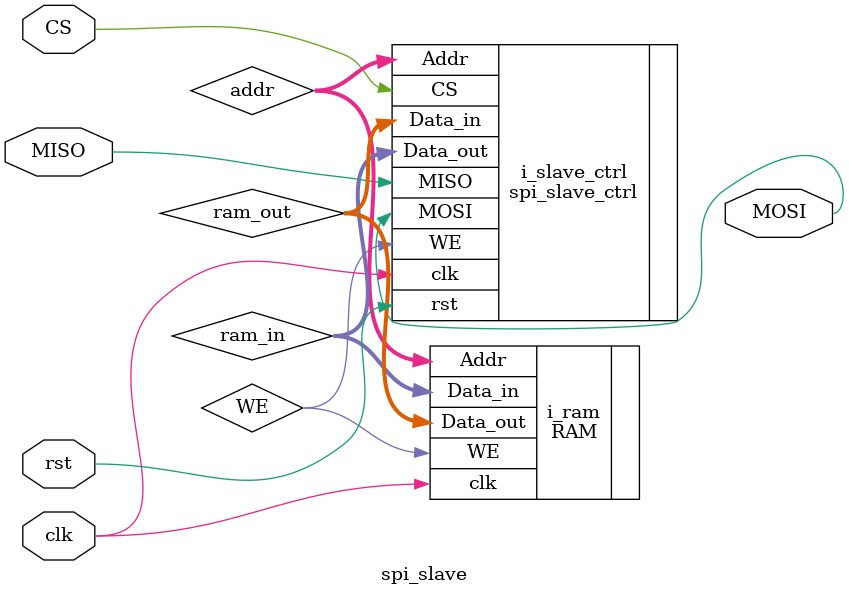
<source format=v>
module spi_slave (
  input  wire rst,
  input  wire clk,
  input  wire MISO,
  input  wire CS,
  output wire MOSI
);

  wire [7:0] ram_out;
  wire [7:0] ram_in;
  wire [4:0] addr;
  wire       WE;

  parameter N=8;
  parameter M=32;

spi_slave_ctrl i_slave_ctrl(
    .rst(rst),
    .clk(clk),
    .MISO(MISO),
    .CS(CS),
    .Data_in(ram_out),
    .MOSI(MOSI),
    .Data_out(ram_in),
    .Addr(addr),
    .WE(WE)
);

  RAM #(N,M) i_ram(
    .clk(clk),
    .Data_in(ram_in),
    .WE(WE),
    .Addr(addr),
    .Data_out(ram_out)
  );

endmodule
</source>
